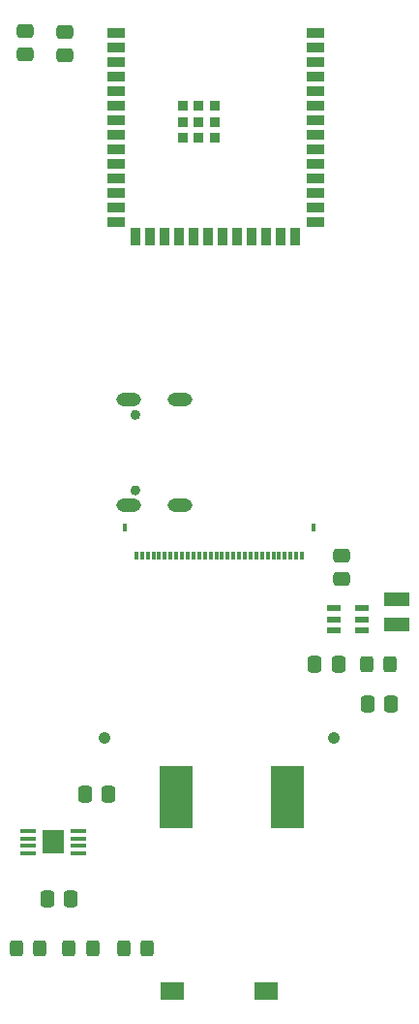
<source format=gts>
G04 #@! TF.GenerationSoftware,KiCad,Pcbnew,7.0.10*
G04 #@! TF.CreationDate,2024-02-24T15:32:32-05:00*
G04 #@! TF.ProjectId,Bird3Controller,42697264-3343-46f6-9e74-726f6c6c6572,rev?*
G04 #@! TF.SameCoordinates,Original*
G04 #@! TF.FileFunction,Soldermask,Top*
G04 #@! TF.FilePolarity,Negative*
%FSLAX46Y46*%
G04 Gerber Fmt 4.6, Leading zero omitted, Abs format (unit mm)*
G04 Created by KiCad (PCBNEW 7.0.10) date 2024-02-24 15:32:32*
%MOMM*%
%LPD*%
G01*
G04 APERTURE LIST*
G04 Aperture macros list*
%AMRoundRect*
0 Rectangle with rounded corners*
0 $1 Rounding radius*
0 $2 $3 $4 $5 $6 $7 $8 $9 X,Y pos of 4 corners*
0 Add a 4 corners polygon primitive as box body*
4,1,4,$2,$3,$4,$5,$6,$7,$8,$9,$2,$3,0*
0 Add four circle primitives for the rounded corners*
1,1,$1+$1,$2,$3*
1,1,$1+$1,$4,$5*
1,1,$1+$1,$6,$7*
1,1,$1+$1,$8,$9*
0 Add four rect primitives between the rounded corners*
20,1,$1+$1,$2,$3,$4,$5,0*
20,1,$1+$1,$4,$5,$6,$7,0*
20,1,$1+$1,$6,$7,$8,$9,0*
20,1,$1+$1,$8,$9,$2,$3,0*%
G04 Aperture macros list end*
%ADD10C,0.463500*%
%ADD11R,0.300000X0.800000*%
%ADD12R,0.400000X0.800000*%
%ADD13R,1.250000X0.600000*%
%ADD14R,2.200000X1.200000*%
%ADD15R,2.900000X5.400000*%
%ADD16RoundRect,0.250000X-0.337500X-0.475000X0.337500X-0.475000X0.337500X0.475000X-0.337500X0.475000X0*%
%ADD17RoundRect,0.250000X-0.325000X-0.450000X0.325000X-0.450000X0.325000X0.450000X-0.325000X0.450000X0*%
%ADD18RoundRect,0.250000X0.325000X0.450000X-0.325000X0.450000X-0.325000X-0.450000X0.325000X-0.450000X0*%
%ADD19RoundRect,0.250000X0.475000X-0.337500X0.475000X0.337500X-0.475000X0.337500X-0.475000X-0.337500X0*%
%ADD20R,1.425000X0.450000*%
%ADD21R,1.880000X2.000000*%
%ADD22R,2.000000X1.500000*%
%ADD23R,1.500000X0.900000*%
%ADD24R,0.900000X1.500000*%
%ADD25R,0.900000X0.900000*%
%ADD26C,0.800000*%
%ADD27O,2.152400X1.152400*%
%ADD28C,1.041400*%
G04 APERTURE END LIST*
D10*
X175396750Y-89690000D02*
G75*
G03*
X174933250Y-89690000I-231750J0D01*
G01*
X174933250Y-89690000D02*
G75*
G03*
X175396750Y-89690000I231750J0D01*
G01*
X175396750Y-96290000D02*
G75*
G03*
X174933250Y-96290000I-231750J0D01*
G01*
X174933250Y-96290000D02*
G75*
G03*
X175396750Y-96290000I231750J0D01*
G01*
D11*
X175250000Y-102000000D03*
X175750000Y-102000000D03*
X176250000Y-102000000D03*
X176750000Y-102000000D03*
X177250000Y-102000000D03*
X177750000Y-102000000D03*
X178250000Y-102000000D03*
X178750000Y-102000000D03*
X179250000Y-102000000D03*
X179750000Y-102000000D03*
X180250000Y-102000000D03*
X180750000Y-102000000D03*
X181250000Y-102000000D03*
X181750000Y-102000000D03*
X182250000Y-102000000D03*
X182750000Y-102000000D03*
X183250000Y-102000000D03*
X183750000Y-102000000D03*
X184250000Y-102000000D03*
X184750000Y-102000000D03*
X185250000Y-102000000D03*
X185750000Y-102000000D03*
X186250000Y-102000000D03*
X186750000Y-102000000D03*
X187250000Y-102000000D03*
X187750000Y-102000000D03*
X188250000Y-102000000D03*
X188750000Y-102000000D03*
X189250000Y-102000000D03*
X189750000Y-102000000D03*
D12*
X190750000Y-99500000D03*
X174250000Y-99500000D03*
D13*
X192500000Y-106600000D03*
X192500000Y-107550000D03*
X192500000Y-108500000D03*
X195000000Y-108500000D03*
X195000000Y-107550000D03*
X195000000Y-106600000D03*
D14*
X198000000Y-105800000D03*
X198000000Y-108000000D03*
D15*
X178750000Y-123100000D03*
X188450000Y-123100000D03*
D16*
X167462500Y-132000000D03*
X169537500Y-132000000D03*
D17*
X174175000Y-136300000D03*
X176225000Y-136300000D03*
X166825000Y-136300000D03*
X164775000Y-136300000D03*
D18*
X169375000Y-136300000D03*
X171425000Y-136300000D03*
D17*
X195375000Y-111500000D03*
X197425000Y-111500000D03*
D16*
X195462500Y-114900000D03*
X197537500Y-114900000D03*
X170762500Y-122800000D03*
X172837500Y-122800000D03*
X190862500Y-111500000D03*
X192937500Y-111500000D03*
D19*
X193200000Y-104037500D03*
X193200000Y-101962500D03*
X165500000Y-58237500D03*
X165500000Y-56162500D03*
X169000000Y-58337500D03*
X169000000Y-56262500D03*
D20*
X165788000Y-126025000D03*
X165788000Y-126675000D03*
X165788000Y-127325000D03*
X165788000Y-127975000D03*
X170212000Y-127975000D03*
X170212000Y-127325000D03*
X170212000Y-126675000D03*
X170212000Y-126025000D03*
D21*
X168000000Y-127000000D03*
D22*
X186600000Y-140000000D03*
X178400000Y-140000000D03*
D23*
X173450000Y-56380000D03*
X173450000Y-57650000D03*
X173450000Y-58920000D03*
X173450000Y-60190000D03*
X173450000Y-61460000D03*
X173450000Y-62730000D03*
X173450000Y-64000000D03*
X173450000Y-65270000D03*
X173450000Y-66540000D03*
X173450000Y-67810000D03*
X173450000Y-69080000D03*
X173450000Y-70350000D03*
X173450000Y-71620000D03*
X173450000Y-72890000D03*
D24*
X175215000Y-74140000D03*
X176485000Y-74140000D03*
X177755000Y-74140000D03*
X179025000Y-74140000D03*
X180295000Y-74140000D03*
X181565000Y-74140000D03*
X182835000Y-74140000D03*
X184105000Y-74140000D03*
X185375000Y-74140000D03*
X186645000Y-74140000D03*
X187915000Y-74140000D03*
X189185000Y-74140000D03*
D23*
X190950000Y-72890000D03*
X190950000Y-71620000D03*
X190950000Y-70350000D03*
X190950000Y-69080000D03*
X190950000Y-67810000D03*
X190950000Y-66540000D03*
X190950000Y-65270000D03*
X190950000Y-64000000D03*
X190950000Y-62730000D03*
X190950000Y-61460000D03*
X190950000Y-60190000D03*
X190950000Y-58920000D03*
X190950000Y-57650000D03*
X190950000Y-56380000D03*
D25*
X179300000Y-62700000D03*
X179300000Y-64100000D03*
X179300000Y-65500000D03*
X179300000Y-65500000D03*
X180700000Y-62700000D03*
X180700000Y-62700000D03*
X180700000Y-64100000D03*
X180700000Y-65500000D03*
X182100000Y-62700000D03*
X182100000Y-64100000D03*
X182100000Y-65500000D03*
D26*
X175165000Y-89690000D03*
X175165000Y-96290000D03*
D27*
X179105000Y-88380000D03*
X179105000Y-97600000D03*
X174605000Y-88380000D03*
X174605000Y-97600000D03*
D28*
X172500000Y-117870000D03*
X192500000Y-117870000D03*
M02*

</source>
